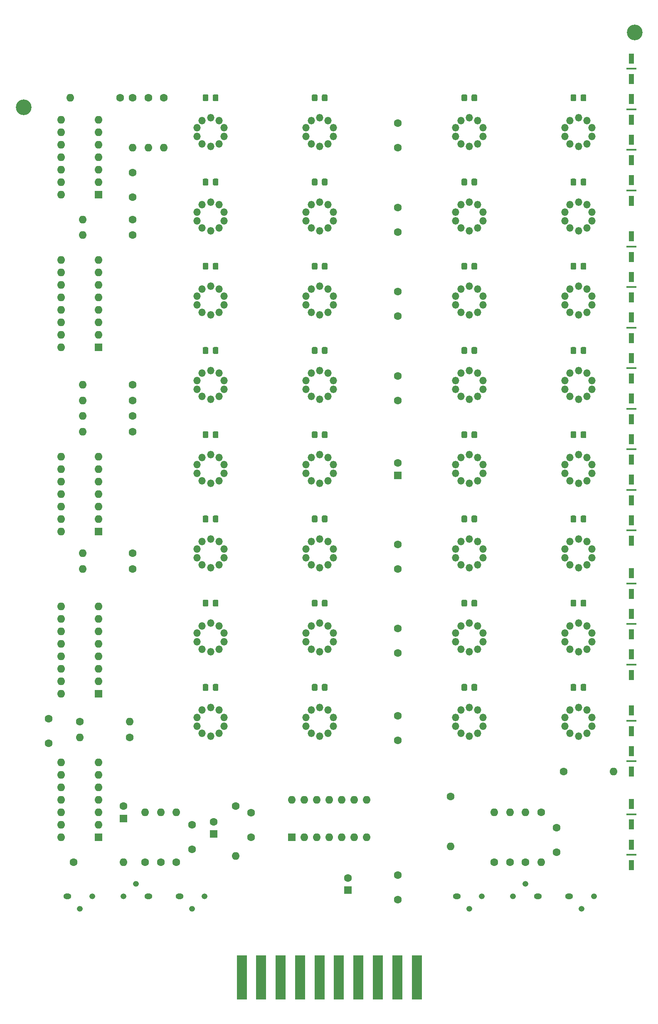
<source format=gts>
G04 #@! TF.GenerationSoftware,KiCad,Pcbnew,(5.1.12)-1*
G04 #@! TF.CreationDate,2023-07-18T15:35:10+01:00*
G04 #@! TF.ProjectId,Memory,4d656d6f-7279-42e6-9b69-6361645f7063,rev?*
G04 #@! TF.SameCoordinates,Original*
G04 #@! TF.FileFunction,Soldermask,Top*
G04 #@! TF.FilePolarity,Negative*
%FSLAX46Y46*%
G04 Gerber Fmt 4.6, Leading zero omitted, Abs format (unit mm)*
G04 Created by KiCad (PCBNEW (5.1.12)-1) date 2023-07-18 15:35:10*
%MOMM*%
%LPD*%
G01*
G04 APERTURE LIST*
%ADD10C,3.200000*%
%ADD11R,2.000000X0.350000*%
%ADD12R,1.000000X2.000000*%
%ADD13O,1.600000X1.600000*%
%ADD14R,1.600000X1.600000*%
%ADD15C,1.600000*%
%ADD16O,1.500000X1.500000*%
%ADD17O,1.200000X1.200000*%
%ADD18O,1.600000X1.200000*%
%ADD19R,2.000000X9.000000*%
G04 APERTURE END LIST*
D10*
X172085000Y-1905000D03*
X47625000Y-17145000D03*
G36*
G01*
X86175000Y-135705001D02*
X86175000Y-134804999D01*
G75*
G02*
X86424999Y-134555000I249999J0D01*
G01*
X87075001Y-134555000D01*
G75*
G02*
X87325000Y-134804999I0J-249999D01*
G01*
X87325000Y-135705001D01*
G75*
G02*
X87075001Y-135955000I-249999J0D01*
G01*
X86424999Y-135955000D01*
G75*
G02*
X86175000Y-135705001I0J249999D01*
G01*
G37*
G36*
G01*
X84125000Y-135705001D02*
X84125000Y-134804999D01*
G75*
G02*
X84374999Y-134555000I249999J0D01*
G01*
X85025001Y-134555000D01*
G75*
G02*
X85275000Y-134804999I0J-249999D01*
G01*
X85275000Y-135705001D01*
G75*
G02*
X85025001Y-135955000I-249999J0D01*
G01*
X84374999Y-135955000D01*
G75*
G02*
X84125000Y-135705001I0J249999D01*
G01*
G37*
G36*
G01*
X108400000Y-135705001D02*
X108400000Y-134804999D01*
G75*
G02*
X108649999Y-134555000I249999J0D01*
G01*
X109300001Y-134555000D01*
G75*
G02*
X109550000Y-134804999I0J-249999D01*
G01*
X109550000Y-135705001D01*
G75*
G02*
X109300001Y-135955000I-249999J0D01*
G01*
X108649999Y-135955000D01*
G75*
G02*
X108400000Y-135705001I0J249999D01*
G01*
G37*
G36*
G01*
X106350000Y-135705001D02*
X106350000Y-134804999D01*
G75*
G02*
X106599999Y-134555000I249999J0D01*
G01*
X107250001Y-134555000D01*
G75*
G02*
X107500000Y-134804999I0J-249999D01*
G01*
X107500000Y-135705001D01*
G75*
G02*
X107250001Y-135955000I-249999J0D01*
G01*
X106599999Y-135955000D01*
G75*
G02*
X106350000Y-135705001I0J249999D01*
G01*
G37*
G36*
G01*
X138880000Y-135705001D02*
X138880000Y-134804999D01*
G75*
G02*
X139129999Y-134555000I249999J0D01*
G01*
X139780001Y-134555000D01*
G75*
G02*
X140030000Y-134804999I0J-249999D01*
G01*
X140030000Y-135705001D01*
G75*
G02*
X139780001Y-135955000I-249999J0D01*
G01*
X139129999Y-135955000D01*
G75*
G02*
X138880000Y-135705001I0J249999D01*
G01*
G37*
G36*
G01*
X136830000Y-135705001D02*
X136830000Y-134804999D01*
G75*
G02*
X137079999Y-134555000I249999J0D01*
G01*
X137730001Y-134555000D01*
G75*
G02*
X137980000Y-134804999I0J-249999D01*
G01*
X137980000Y-135705001D01*
G75*
G02*
X137730001Y-135955000I-249999J0D01*
G01*
X137079999Y-135955000D01*
G75*
G02*
X136830000Y-135705001I0J249999D01*
G01*
G37*
G36*
G01*
X161105000Y-135705001D02*
X161105000Y-134804999D01*
G75*
G02*
X161354999Y-134555000I249999J0D01*
G01*
X162005001Y-134555000D01*
G75*
G02*
X162255000Y-134804999I0J-249999D01*
G01*
X162255000Y-135705001D01*
G75*
G02*
X162005001Y-135955000I-249999J0D01*
G01*
X161354999Y-135955000D01*
G75*
G02*
X161105000Y-135705001I0J249999D01*
G01*
G37*
G36*
G01*
X159055000Y-135705001D02*
X159055000Y-134804999D01*
G75*
G02*
X159304999Y-134555000I249999J0D01*
G01*
X159955001Y-134555000D01*
G75*
G02*
X160205000Y-134804999I0J-249999D01*
G01*
X160205000Y-135705001D01*
G75*
G02*
X159955001Y-135955000I-249999J0D01*
G01*
X159304999Y-135955000D01*
G75*
G02*
X159055000Y-135705001I0J249999D01*
G01*
G37*
G36*
G01*
X86175000Y-118560001D02*
X86175000Y-117659999D01*
G75*
G02*
X86424999Y-117410000I249999J0D01*
G01*
X87075001Y-117410000D01*
G75*
G02*
X87325000Y-117659999I0J-249999D01*
G01*
X87325000Y-118560001D01*
G75*
G02*
X87075001Y-118810000I-249999J0D01*
G01*
X86424999Y-118810000D01*
G75*
G02*
X86175000Y-118560001I0J249999D01*
G01*
G37*
G36*
G01*
X84125000Y-118560001D02*
X84125000Y-117659999D01*
G75*
G02*
X84374999Y-117410000I249999J0D01*
G01*
X85025001Y-117410000D01*
G75*
G02*
X85275000Y-117659999I0J-249999D01*
G01*
X85275000Y-118560001D01*
G75*
G02*
X85025001Y-118810000I-249999J0D01*
G01*
X84374999Y-118810000D01*
G75*
G02*
X84125000Y-118560001I0J249999D01*
G01*
G37*
G36*
G01*
X108400000Y-118560001D02*
X108400000Y-117659999D01*
G75*
G02*
X108649999Y-117410000I249999J0D01*
G01*
X109300001Y-117410000D01*
G75*
G02*
X109550000Y-117659999I0J-249999D01*
G01*
X109550000Y-118560001D01*
G75*
G02*
X109300001Y-118810000I-249999J0D01*
G01*
X108649999Y-118810000D01*
G75*
G02*
X108400000Y-118560001I0J249999D01*
G01*
G37*
G36*
G01*
X106350000Y-118560001D02*
X106350000Y-117659999D01*
G75*
G02*
X106599999Y-117410000I249999J0D01*
G01*
X107250001Y-117410000D01*
G75*
G02*
X107500000Y-117659999I0J-249999D01*
G01*
X107500000Y-118560001D01*
G75*
G02*
X107250001Y-118810000I-249999J0D01*
G01*
X106599999Y-118810000D01*
G75*
G02*
X106350000Y-118560001I0J249999D01*
G01*
G37*
G36*
G01*
X138880000Y-118560001D02*
X138880000Y-117659999D01*
G75*
G02*
X139129999Y-117410000I249999J0D01*
G01*
X139780001Y-117410000D01*
G75*
G02*
X140030000Y-117659999I0J-249999D01*
G01*
X140030000Y-118560001D01*
G75*
G02*
X139780001Y-118810000I-249999J0D01*
G01*
X139129999Y-118810000D01*
G75*
G02*
X138880000Y-118560001I0J249999D01*
G01*
G37*
G36*
G01*
X136830000Y-118560001D02*
X136830000Y-117659999D01*
G75*
G02*
X137079999Y-117410000I249999J0D01*
G01*
X137730001Y-117410000D01*
G75*
G02*
X137980000Y-117659999I0J-249999D01*
G01*
X137980000Y-118560001D01*
G75*
G02*
X137730001Y-118810000I-249999J0D01*
G01*
X137079999Y-118810000D01*
G75*
G02*
X136830000Y-118560001I0J249999D01*
G01*
G37*
G36*
G01*
X161105000Y-118560001D02*
X161105000Y-117659999D01*
G75*
G02*
X161354999Y-117410000I249999J0D01*
G01*
X162005001Y-117410000D01*
G75*
G02*
X162255000Y-117659999I0J-249999D01*
G01*
X162255000Y-118560001D01*
G75*
G02*
X162005001Y-118810000I-249999J0D01*
G01*
X161354999Y-118810000D01*
G75*
G02*
X161105000Y-118560001I0J249999D01*
G01*
G37*
G36*
G01*
X159055000Y-118560001D02*
X159055000Y-117659999D01*
G75*
G02*
X159304999Y-117410000I249999J0D01*
G01*
X159955001Y-117410000D01*
G75*
G02*
X160205000Y-117659999I0J-249999D01*
G01*
X160205000Y-118560001D01*
G75*
G02*
X159955001Y-118810000I-249999J0D01*
G01*
X159304999Y-118810000D01*
G75*
G02*
X159055000Y-118560001I0J249999D01*
G01*
G37*
G36*
G01*
X86175000Y-101415001D02*
X86175000Y-100514999D01*
G75*
G02*
X86424999Y-100265000I249999J0D01*
G01*
X87075001Y-100265000D01*
G75*
G02*
X87325000Y-100514999I0J-249999D01*
G01*
X87325000Y-101415001D01*
G75*
G02*
X87075001Y-101665000I-249999J0D01*
G01*
X86424999Y-101665000D01*
G75*
G02*
X86175000Y-101415001I0J249999D01*
G01*
G37*
G36*
G01*
X84125000Y-101415001D02*
X84125000Y-100514999D01*
G75*
G02*
X84374999Y-100265000I249999J0D01*
G01*
X85025001Y-100265000D01*
G75*
G02*
X85275000Y-100514999I0J-249999D01*
G01*
X85275000Y-101415001D01*
G75*
G02*
X85025001Y-101665000I-249999J0D01*
G01*
X84374999Y-101665000D01*
G75*
G02*
X84125000Y-101415001I0J249999D01*
G01*
G37*
G36*
G01*
X108400000Y-101415001D02*
X108400000Y-100514999D01*
G75*
G02*
X108649999Y-100265000I249999J0D01*
G01*
X109300001Y-100265000D01*
G75*
G02*
X109550000Y-100514999I0J-249999D01*
G01*
X109550000Y-101415001D01*
G75*
G02*
X109300001Y-101665000I-249999J0D01*
G01*
X108649999Y-101665000D01*
G75*
G02*
X108400000Y-101415001I0J249999D01*
G01*
G37*
G36*
G01*
X106350000Y-101415001D02*
X106350000Y-100514999D01*
G75*
G02*
X106599999Y-100265000I249999J0D01*
G01*
X107250001Y-100265000D01*
G75*
G02*
X107500000Y-100514999I0J-249999D01*
G01*
X107500000Y-101415001D01*
G75*
G02*
X107250001Y-101665000I-249999J0D01*
G01*
X106599999Y-101665000D01*
G75*
G02*
X106350000Y-101415001I0J249999D01*
G01*
G37*
G36*
G01*
X138880000Y-101415001D02*
X138880000Y-100514999D01*
G75*
G02*
X139129999Y-100265000I249999J0D01*
G01*
X139780001Y-100265000D01*
G75*
G02*
X140030000Y-100514999I0J-249999D01*
G01*
X140030000Y-101415001D01*
G75*
G02*
X139780001Y-101665000I-249999J0D01*
G01*
X139129999Y-101665000D01*
G75*
G02*
X138880000Y-101415001I0J249999D01*
G01*
G37*
G36*
G01*
X136830000Y-101415001D02*
X136830000Y-100514999D01*
G75*
G02*
X137079999Y-100265000I249999J0D01*
G01*
X137730001Y-100265000D01*
G75*
G02*
X137980000Y-100514999I0J-249999D01*
G01*
X137980000Y-101415001D01*
G75*
G02*
X137730001Y-101665000I-249999J0D01*
G01*
X137079999Y-101665000D01*
G75*
G02*
X136830000Y-101415001I0J249999D01*
G01*
G37*
G36*
G01*
X161105000Y-101415001D02*
X161105000Y-100514999D01*
G75*
G02*
X161354999Y-100265000I249999J0D01*
G01*
X162005001Y-100265000D01*
G75*
G02*
X162255000Y-100514999I0J-249999D01*
G01*
X162255000Y-101415001D01*
G75*
G02*
X162005001Y-101665000I-249999J0D01*
G01*
X161354999Y-101665000D01*
G75*
G02*
X161105000Y-101415001I0J249999D01*
G01*
G37*
G36*
G01*
X159055000Y-101415001D02*
X159055000Y-100514999D01*
G75*
G02*
X159304999Y-100265000I249999J0D01*
G01*
X159955001Y-100265000D01*
G75*
G02*
X160205000Y-100514999I0J-249999D01*
G01*
X160205000Y-101415001D01*
G75*
G02*
X159955001Y-101665000I-249999J0D01*
G01*
X159304999Y-101665000D01*
G75*
G02*
X159055000Y-101415001I0J249999D01*
G01*
G37*
G36*
G01*
X86175000Y-84270001D02*
X86175000Y-83369999D01*
G75*
G02*
X86424999Y-83120000I249999J0D01*
G01*
X87075001Y-83120000D01*
G75*
G02*
X87325000Y-83369999I0J-249999D01*
G01*
X87325000Y-84270001D01*
G75*
G02*
X87075001Y-84520000I-249999J0D01*
G01*
X86424999Y-84520000D01*
G75*
G02*
X86175000Y-84270001I0J249999D01*
G01*
G37*
G36*
G01*
X84125000Y-84270001D02*
X84125000Y-83369999D01*
G75*
G02*
X84374999Y-83120000I249999J0D01*
G01*
X85025001Y-83120000D01*
G75*
G02*
X85275000Y-83369999I0J-249999D01*
G01*
X85275000Y-84270001D01*
G75*
G02*
X85025001Y-84520000I-249999J0D01*
G01*
X84374999Y-84520000D01*
G75*
G02*
X84125000Y-84270001I0J249999D01*
G01*
G37*
G36*
G01*
X108400000Y-84270001D02*
X108400000Y-83369999D01*
G75*
G02*
X108649999Y-83120000I249999J0D01*
G01*
X109300001Y-83120000D01*
G75*
G02*
X109550000Y-83369999I0J-249999D01*
G01*
X109550000Y-84270001D01*
G75*
G02*
X109300001Y-84520000I-249999J0D01*
G01*
X108649999Y-84520000D01*
G75*
G02*
X108400000Y-84270001I0J249999D01*
G01*
G37*
G36*
G01*
X106350000Y-84270001D02*
X106350000Y-83369999D01*
G75*
G02*
X106599999Y-83120000I249999J0D01*
G01*
X107250001Y-83120000D01*
G75*
G02*
X107500000Y-83369999I0J-249999D01*
G01*
X107500000Y-84270001D01*
G75*
G02*
X107250001Y-84520000I-249999J0D01*
G01*
X106599999Y-84520000D01*
G75*
G02*
X106350000Y-84270001I0J249999D01*
G01*
G37*
G36*
G01*
X138880000Y-84270001D02*
X138880000Y-83369999D01*
G75*
G02*
X139129999Y-83120000I249999J0D01*
G01*
X139780001Y-83120000D01*
G75*
G02*
X140030000Y-83369999I0J-249999D01*
G01*
X140030000Y-84270001D01*
G75*
G02*
X139780001Y-84520000I-249999J0D01*
G01*
X139129999Y-84520000D01*
G75*
G02*
X138880000Y-84270001I0J249999D01*
G01*
G37*
G36*
G01*
X136830000Y-84270001D02*
X136830000Y-83369999D01*
G75*
G02*
X137079999Y-83120000I249999J0D01*
G01*
X137730001Y-83120000D01*
G75*
G02*
X137980000Y-83369999I0J-249999D01*
G01*
X137980000Y-84270001D01*
G75*
G02*
X137730001Y-84520000I-249999J0D01*
G01*
X137079999Y-84520000D01*
G75*
G02*
X136830000Y-84270001I0J249999D01*
G01*
G37*
G36*
G01*
X161105000Y-84270001D02*
X161105000Y-83369999D01*
G75*
G02*
X161354999Y-83120000I249999J0D01*
G01*
X162005001Y-83120000D01*
G75*
G02*
X162255000Y-83369999I0J-249999D01*
G01*
X162255000Y-84270001D01*
G75*
G02*
X162005001Y-84520000I-249999J0D01*
G01*
X161354999Y-84520000D01*
G75*
G02*
X161105000Y-84270001I0J249999D01*
G01*
G37*
G36*
G01*
X159055000Y-84270001D02*
X159055000Y-83369999D01*
G75*
G02*
X159304999Y-83120000I249999J0D01*
G01*
X159955001Y-83120000D01*
G75*
G02*
X160205000Y-83369999I0J-249999D01*
G01*
X160205000Y-84270001D01*
G75*
G02*
X159955001Y-84520000I-249999J0D01*
G01*
X159304999Y-84520000D01*
G75*
G02*
X159055000Y-84270001I0J249999D01*
G01*
G37*
G36*
G01*
X86175000Y-67125001D02*
X86175000Y-66224999D01*
G75*
G02*
X86424999Y-65975000I249999J0D01*
G01*
X87075001Y-65975000D01*
G75*
G02*
X87325000Y-66224999I0J-249999D01*
G01*
X87325000Y-67125001D01*
G75*
G02*
X87075001Y-67375000I-249999J0D01*
G01*
X86424999Y-67375000D01*
G75*
G02*
X86175000Y-67125001I0J249999D01*
G01*
G37*
G36*
G01*
X84125000Y-67125001D02*
X84125000Y-66224999D01*
G75*
G02*
X84374999Y-65975000I249999J0D01*
G01*
X85025001Y-65975000D01*
G75*
G02*
X85275000Y-66224999I0J-249999D01*
G01*
X85275000Y-67125001D01*
G75*
G02*
X85025001Y-67375000I-249999J0D01*
G01*
X84374999Y-67375000D01*
G75*
G02*
X84125000Y-67125001I0J249999D01*
G01*
G37*
G36*
G01*
X108400000Y-67125001D02*
X108400000Y-66224999D01*
G75*
G02*
X108649999Y-65975000I249999J0D01*
G01*
X109300001Y-65975000D01*
G75*
G02*
X109550000Y-66224999I0J-249999D01*
G01*
X109550000Y-67125001D01*
G75*
G02*
X109300001Y-67375000I-249999J0D01*
G01*
X108649999Y-67375000D01*
G75*
G02*
X108400000Y-67125001I0J249999D01*
G01*
G37*
G36*
G01*
X106350000Y-67125001D02*
X106350000Y-66224999D01*
G75*
G02*
X106599999Y-65975000I249999J0D01*
G01*
X107250001Y-65975000D01*
G75*
G02*
X107500000Y-66224999I0J-249999D01*
G01*
X107500000Y-67125001D01*
G75*
G02*
X107250001Y-67375000I-249999J0D01*
G01*
X106599999Y-67375000D01*
G75*
G02*
X106350000Y-67125001I0J249999D01*
G01*
G37*
G36*
G01*
X138880000Y-67125001D02*
X138880000Y-66224999D01*
G75*
G02*
X139129999Y-65975000I249999J0D01*
G01*
X139780001Y-65975000D01*
G75*
G02*
X140030000Y-66224999I0J-249999D01*
G01*
X140030000Y-67125001D01*
G75*
G02*
X139780001Y-67375000I-249999J0D01*
G01*
X139129999Y-67375000D01*
G75*
G02*
X138880000Y-67125001I0J249999D01*
G01*
G37*
G36*
G01*
X136830000Y-67125001D02*
X136830000Y-66224999D01*
G75*
G02*
X137079999Y-65975000I249999J0D01*
G01*
X137730001Y-65975000D01*
G75*
G02*
X137980000Y-66224999I0J-249999D01*
G01*
X137980000Y-67125001D01*
G75*
G02*
X137730001Y-67375000I-249999J0D01*
G01*
X137079999Y-67375000D01*
G75*
G02*
X136830000Y-67125001I0J249999D01*
G01*
G37*
G36*
G01*
X161105000Y-67125001D02*
X161105000Y-66224999D01*
G75*
G02*
X161354999Y-65975000I249999J0D01*
G01*
X162005001Y-65975000D01*
G75*
G02*
X162255000Y-66224999I0J-249999D01*
G01*
X162255000Y-67125001D01*
G75*
G02*
X162005001Y-67375000I-249999J0D01*
G01*
X161354999Y-67375000D01*
G75*
G02*
X161105000Y-67125001I0J249999D01*
G01*
G37*
G36*
G01*
X159055000Y-67125001D02*
X159055000Y-66224999D01*
G75*
G02*
X159304999Y-65975000I249999J0D01*
G01*
X159955001Y-65975000D01*
G75*
G02*
X160205000Y-66224999I0J-249999D01*
G01*
X160205000Y-67125001D01*
G75*
G02*
X159955001Y-67375000I-249999J0D01*
G01*
X159304999Y-67375000D01*
G75*
G02*
X159055000Y-67125001I0J249999D01*
G01*
G37*
G36*
G01*
X86175000Y-49980001D02*
X86175000Y-49079999D01*
G75*
G02*
X86424999Y-48830000I249999J0D01*
G01*
X87075001Y-48830000D01*
G75*
G02*
X87325000Y-49079999I0J-249999D01*
G01*
X87325000Y-49980001D01*
G75*
G02*
X87075001Y-50230000I-249999J0D01*
G01*
X86424999Y-50230000D01*
G75*
G02*
X86175000Y-49980001I0J249999D01*
G01*
G37*
G36*
G01*
X84125000Y-49980001D02*
X84125000Y-49079999D01*
G75*
G02*
X84374999Y-48830000I249999J0D01*
G01*
X85025001Y-48830000D01*
G75*
G02*
X85275000Y-49079999I0J-249999D01*
G01*
X85275000Y-49980001D01*
G75*
G02*
X85025001Y-50230000I-249999J0D01*
G01*
X84374999Y-50230000D01*
G75*
G02*
X84125000Y-49980001I0J249999D01*
G01*
G37*
G36*
G01*
X108400000Y-49980001D02*
X108400000Y-49079999D01*
G75*
G02*
X108649999Y-48830000I249999J0D01*
G01*
X109300001Y-48830000D01*
G75*
G02*
X109550000Y-49079999I0J-249999D01*
G01*
X109550000Y-49980001D01*
G75*
G02*
X109300001Y-50230000I-249999J0D01*
G01*
X108649999Y-50230000D01*
G75*
G02*
X108400000Y-49980001I0J249999D01*
G01*
G37*
G36*
G01*
X106350000Y-49980001D02*
X106350000Y-49079999D01*
G75*
G02*
X106599999Y-48830000I249999J0D01*
G01*
X107250001Y-48830000D01*
G75*
G02*
X107500000Y-49079999I0J-249999D01*
G01*
X107500000Y-49980001D01*
G75*
G02*
X107250001Y-50230000I-249999J0D01*
G01*
X106599999Y-50230000D01*
G75*
G02*
X106350000Y-49980001I0J249999D01*
G01*
G37*
G36*
G01*
X138880000Y-49980001D02*
X138880000Y-49079999D01*
G75*
G02*
X139129999Y-48830000I249999J0D01*
G01*
X139780001Y-48830000D01*
G75*
G02*
X140030000Y-49079999I0J-249999D01*
G01*
X140030000Y-49980001D01*
G75*
G02*
X139780001Y-50230000I-249999J0D01*
G01*
X139129999Y-50230000D01*
G75*
G02*
X138880000Y-49980001I0J249999D01*
G01*
G37*
G36*
G01*
X136830000Y-49980001D02*
X136830000Y-49079999D01*
G75*
G02*
X137079999Y-48830000I249999J0D01*
G01*
X137730001Y-48830000D01*
G75*
G02*
X137980000Y-49079999I0J-249999D01*
G01*
X137980000Y-49980001D01*
G75*
G02*
X137730001Y-50230000I-249999J0D01*
G01*
X137079999Y-50230000D01*
G75*
G02*
X136830000Y-49980001I0J249999D01*
G01*
G37*
G36*
G01*
X161105000Y-49980001D02*
X161105000Y-49079999D01*
G75*
G02*
X161354999Y-48830000I249999J0D01*
G01*
X162005001Y-48830000D01*
G75*
G02*
X162255000Y-49079999I0J-249999D01*
G01*
X162255000Y-49980001D01*
G75*
G02*
X162005001Y-50230000I-249999J0D01*
G01*
X161354999Y-50230000D01*
G75*
G02*
X161105000Y-49980001I0J249999D01*
G01*
G37*
G36*
G01*
X159055000Y-49980001D02*
X159055000Y-49079999D01*
G75*
G02*
X159304999Y-48830000I249999J0D01*
G01*
X159955001Y-48830000D01*
G75*
G02*
X160205000Y-49079999I0J-249999D01*
G01*
X160205000Y-49980001D01*
G75*
G02*
X159955001Y-50230000I-249999J0D01*
G01*
X159304999Y-50230000D01*
G75*
G02*
X159055000Y-49980001I0J249999D01*
G01*
G37*
G36*
G01*
X86175000Y-32835001D02*
X86175000Y-31934999D01*
G75*
G02*
X86424999Y-31685000I249999J0D01*
G01*
X87075001Y-31685000D01*
G75*
G02*
X87325000Y-31934999I0J-249999D01*
G01*
X87325000Y-32835001D01*
G75*
G02*
X87075001Y-33085000I-249999J0D01*
G01*
X86424999Y-33085000D01*
G75*
G02*
X86175000Y-32835001I0J249999D01*
G01*
G37*
G36*
G01*
X84125000Y-32835001D02*
X84125000Y-31934999D01*
G75*
G02*
X84374999Y-31685000I249999J0D01*
G01*
X85025001Y-31685000D01*
G75*
G02*
X85275000Y-31934999I0J-249999D01*
G01*
X85275000Y-32835001D01*
G75*
G02*
X85025001Y-33085000I-249999J0D01*
G01*
X84374999Y-33085000D01*
G75*
G02*
X84125000Y-32835001I0J249999D01*
G01*
G37*
G36*
G01*
X108400000Y-32835001D02*
X108400000Y-31934999D01*
G75*
G02*
X108649999Y-31685000I249999J0D01*
G01*
X109300001Y-31685000D01*
G75*
G02*
X109550000Y-31934999I0J-249999D01*
G01*
X109550000Y-32835001D01*
G75*
G02*
X109300001Y-33085000I-249999J0D01*
G01*
X108649999Y-33085000D01*
G75*
G02*
X108400000Y-32835001I0J249999D01*
G01*
G37*
G36*
G01*
X106350000Y-32835001D02*
X106350000Y-31934999D01*
G75*
G02*
X106599999Y-31685000I249999J0D01*
G01*
X107250001Y-31685000D01*
G75*
G02*
X107500000Y-31934999I0J-249999D01*
G01*
X107500000Y-32835001D01*
G75*
G02*
X107250001Y-33085000I-249999J0D01*
G01*
X106599999Y-33085000D01*
G75*
G02*
X106350000Y-32835001I0J249999D01*
G01*
G37*
G36*
G01*
X138880000Y-32835001D02*
X138880000Y-31934999D01*
G75*
G02*
X139129999Y-31685000I249999J0D01*
G01*
X139780001Y-31685000D01*
G75*
G02*
X140030000Y-31934999I0J-249999D01*
G01*
X140030000Y-32835001D01*
G75*
G02*
X139780001Y-33085000I-249999J0D01*
G01*
X139129999Y-33085000D01*
G75*
G02*
X138880000Y-32835001I0J249999D01*
G01*
G37*
G36*
G01*
X136830000Y-32835001D02*
X136830000Y-31934999D01*
G75*
G02*
X137079999Y-31685000I249999J0D01*
G01*
X137730001Y-31685000D01*
G75*
G02*
X137980000Y-31934999I0J-249999D01*
G01*
X137980000Y-32835001D01*
G75*
G02*
X137730001Y-33085000I-249999J0D01*
G01*
X137079999Y-33085000D01*
G75*
G02*
X136830000Y-32835001I0J249999D01*
G01*
G37*
G36*
G01*
X161105000Y-32835001D02*
X161105000Y-31934999D01*
G75*
G02*
X161354999Y-31685000I249999J0D01*
G01*
X162005001Y-31685000D01*
G75*
G02*
X162255000Y-31934999I0J-249999D01*
G01*
X162255000Y-32835001D01*
G75*
G02*
X162005001Y-33085000I-249999J0D01*
G01*
X161354999Y-33085000D01*
G75*
G02*
X161105000Y-32835001I0J249999D01*
G01*
G37*
G36*
G01*
X159055000Y-32835001D02*
X159055000Y-31934999D01*
G75*
G02*
X159304999Y-31685000I249999J0D01*
G01*
X159955001Y-31685000D01*
G75*
G02*
X160205000Y-31934999I0J-249999D01*
G01*
X160205000Y-32835001D01*
G75*
G02*
X159955001Y-33085000I-249999J0D01*
G01*
X159304999Y-33085000D01*
G75*
G02*
X159055000Y-32835001I0J249999D01*
G01*
G37*
G36*
G01*
X86175000Y-15690001D02*
X86175000Y-14789999D01*
G75*
G02*
X86424999Y-14540000I249999J0D01*
G01*
X87075001Y-14540000D01*
G75*
G02*
X87325000Y-14789999I0J-249999D01*
G01*
X87325000Y-15690001D01*
G75*
G02*
X87075001Y-15940000I-249999J0D01*
G01*
X86424999Y-15940000D01*
G75*
G02*
X86175000Y-15690001I0J249999D01*
G01*
G37*
G36*
G01*
X84125000Y-15690001D02*
X84125000Y-14789999D01*
G75*
G02*
X84374999Y-14540000I249999J0D01*
G01*
X85025001Y-14540000D01*
G75*
G02*
X85275000Y-14789999I0J-249999D01*
G01*
X85275000Y-15690001D01*
G75*
G02*
X85025001Y-15940000I-249999J0D01*
G01*
X84374999Y-15940000D01*
G75*
G02*
X84125000Y-15690001I0J249999D01*
G01*
G37*
G36*
G01*
X108400000Y-15690001D02*
X108400000Y-14789999D01*
G75*
G02*
X108649999Y-14540000I249999J0D01*
G01*
X109300001Y-14540000D01*
G75*
G02*
X109550000Y-14789999I0J-249999D01*
G01*
X109550000Y-15690001D01*
G75*
G02*
X109300001Y-15940000I-249999J0D01*
G01*
X108649999Y-15940000D01*
G75*
G02*
X108400000Y-15690001I0J249999D01*
G01*
G37*
G36*
G01*
X106350000Y-15690001D02*
X106350000Y-14789999D01*
G75*
G02*
X106599999Y-14540000I249999J0D01*
G01*
X107250001Y-14540000D01*
G75*
G02*
X107500000Y-14789999I0J-249999D01*
G01*
X107500000Y-15690001D01*
G75*
G02*
X107250001Y-15940000I-249999J0D01*
G01*
X106599999Y-15940000D01*
G75*
G02*
X106350000Y-15690001I0J249999D01*
G01*
G37*
G36*
G01*
X138880000Y-15690001D02*
X138880000Y-14789999D01*
G75*
G02*
X139129999Y-14540000I249999J0D01*
G01*
X139780001Y-14540000D01*
G75*
G02*
X140030000Y-14789999I0J-249999D01*
G01*
X140030000Y-15690001D01*
G75*
G02*
X139780001Y-15940000I-249999J0D01*
G01*
X139129999Y-15940000D01*
G75*
G02*
X138880000Y-15690001I0J249999D01*
G01*
G37*
G36*
G01*
X136830000Y-15690001D02*
X136830000Y-14789999D01*
G75*
G02*
X137079999Y-14540000I249999J0D01*
G01*
X137730001Y-14540000D01*
G75*
G02*
X137980000Y-14789999I0J-249999D01*
G01*
X137980000Y-15690001D01*
G75*
G02*
X137730001Y-15940000I-249999J0D01*
G01*
X137079999Y-15940000D01*
G75*
G02*
X136830000Y-15690001I0J249999D01*
G01*
G37*
G36*
G01*
X161105000Y-15690001D02*
X161105000Y-14789999D01*
G75*
G02*
X161354999Y-14540000I249999J0D01*
G01*
X162005001Y-14540000D01*
G75*
G02*
X162255000Y-14789999I0J-249999D01*
G01*
X162255000Y-15690001D01*
G75*
G02*
X162005001Y-15940000I-249999J0D01*
G01*
X161354999Y-15940000D01*
G75*
G02*
X161105000Y-15690001I0J249999D01*
G01*
G37*
G36*
G01*
X159055000Y-15690001D02*
X159055000Y-14789999D01*
G75*
G02*
X159304999Y-14540000I249999J0D01*
G01*
X159955001Y-14540000D01*
G75*
G02*
X160205000Y-14789999I0J-249999D01*
G01*
X160205000Y-15690001D01*
G75*
G02*
X159955001Y-15940000I-249999J0D01*
G01*
X159304999Y-15940000D01*
G75*
G02*
X159055000Y-15690001I0J249999D01*
G01*
G37*
D11*
X171450000Y-103310000D03*
D12*
X171450000Y-101210000D03*
X171450000Y-105410000D03*
D11*
X171450000Y-95055000D03*
D12*
X171450000Y-92955000D03*
X171450000Y-97155000D03*
D11*
X171450000Y-86800000D03*
D12*
X171450000Y-84700000D03*
X171450000Y-88900000D03*
D11*
X171450000Y-78545000D03*
D12*
X171450000Y-76445000D03*
X171450000Y-80645000D03*
D11*
X171450000Y-70290000D03*
D12*
X171450000Y-68190000D03*
X171450000Y-72390000D03*
D11*
X171450000Y-62035000D03*
D12*
X171450000Y-59935000D03*
X171450000Y-64135000D03*
D11*
X171450000Y-53780000D03*
D12*
X171450000Y-51680000D03*
X171450000Y-55880000D03*
D11*
X171450000Y-45525000D03*
D12*
X171450000Y-43425000D03*
X171450000Y-47625000D03*
D11*
X171450000Y-114105000D03*
D12*
X171450000Y-112005000D03*
X171450000Y-116205000D03*
D11*
X171450000Y-150300000D03*
D12*
X171450000Y-148200000D03*
X171450000Y-152400000D03*
D11*
X171450000Y-122360000D03*
D12*
X171450000Y-120260000D03*
X171450000Y-124460000D03*
D11*
X171450000Y-130615000D03*
D12*
X171450000Y-128515000D03*
X171450000Y-132715000D03*
D11*
X171450000Y-142045000D03*
D12*
X171450000Y-139945000D03*
X171450000Y-144145000D03*
D11*
X171450000Y-169350000D03*
D12*
X171450000Y-167250000D03*
X171450000Y-171450000D03*
D11*
X171450000Y-161060000D03*
D12*
X171450000Y-158960000D03*
X171450000Y-163160000D03*
D11*
X171450000Y-34095000D03*
D12*
X171450000Y-31995000D03*
X171450000Y-36195000D03*
D11*
X171450000Y-25840000D03*
D12*
X171450000Y-23740000D03*
X171450000Y-27940000D03*
D11*
X171450000Y-17585000D03*
D12*
X171450000Y-15485000D03*
X171450000Y-19685000D03*
D11*
X171450000Y-9330000D03*
D12*
X171450000Y-7230000D03*
X171450000Y-11430000D03*
D13*
X55245000Y-165735000D03*
X62865000Y-150495000D03*
X55245000Y-163195000D03*
X62865000Y-153035000D03*
X55245000Y-160655000D03*
X62865000Y-155575000D03*
X55245000Y-158115000D03*
X62865000Y-158115000D03*
X55245000Y-155575000D03*
X62865000Y-160655000D03*
X55245000Y-153035000D03*
X62865000Y-163195000D03*
X55245000Y-150495000D03*
D14*
X62865000Y-165735000D03*
D13*
X59055000Y-145415000D03*
D15*
X69215000Y-145415000D03*
D13*
X69215000Y-142240000D03*
D15*
X59055000Y-142240000D03*
D13*
X59690000Y-111125000D03*
D15*
X69850000Y-111125000D03*
D13*
X59690000Y-107950000D03*
D15*
X69850000Y-107950000D03*
D13*
X59690000Y-83185000D03*
D15*
X69850000Y-83185000D03*
D13*
X59690000Y-80010000D03*
D15*
X69850000Y-80010000D03*
D13*
X59690000Y-76835000D03*
D15*
X69850000Y-76835000D03*
D13*
X59690000Y-73660000D03*
D15*
X69850000Y-73660000D03*
D13*
X59690000Y-43180000D03*
D15*
X69850000Y-43180000D03*
D13*
X59690000Y-40005000D03*
D15*
X69850000Y-40005000D03*
D13*
X76200000Y-25400000D03*
D15*
X76200000Y-15240000D03*
D13*
X73025000Y-25400000D03*
D15*
X73025000Y-15240000D03*
D13*
X69850000Y-25400000D03*
D15*
X69850000Y-15240000D03*
D13*
X57150000Y-15240000D03*
D15*
X67310000Y-15240000D03*
D13*
X90805000Y-169545000D03*
D15*
X90805000Y-159385000D03*
D13*
X78740000Y-160655000D03*
D15*
X78740000Y-170815000D03*
D13*
X75565000Y-160655000D03*
D15*
X75565000Y-170815000D03*
D13*
X72390000Y-160655000D03*
D15*
X72390000Y-170815000D03*
D13*
X67945000Y-170815000D03*
D15*
X57785000Y-170815000D03*
D13*
X134620000Y-167640000D03*
D15*
X134620000Y-157480000D03*
D13*
X143510000Y-160655000D03*
D15*
X143510000Y-170815000D03*
D13*
X146685000Y-160655000D03*
D15*
X146685000Y-170815000D03*
D13*
X149860000Y-160655000D03*
D15*
X149860000Y-170815000D03*
D13*
X153035000Y-170815000D03*
D15*
X153035000Y-160655000D03*
D13*
X167767000Y-152400000D03*
D15*
X157607000Y-152400000D03*
X113665000Y-174030000D03*
D14*
X113665000Y-176530000D03*
D15*
X86360000Y-162600000D03*
D14*
X86360000Y-165100000D03*
D15*
X67945000Y-159425000D03*
D14*
X67945000Y-161925000D03*
D13*
X102235000Y-158115000D03*
X117475000Y-165735000D03*
X104775000Y-158115000D03*
X114935000Y-165735000D03*
X107315000Y-158115000D03*
X112395000Y-165735000D03*
X109855000Y-158115000D03*
X109855000Y-165735000D03*
X112395000Y-158115000D03*
X107315000Y-165735000D03*
X114935000Y-158115000D03*
X104775000Y-165735000D03*
X117475000Y-158115000D03*
D14*
X102235000Y-165735000D03*
D16*
X160655000Y-139320000D03*
X162371332Y-139877671D03*
X163432085Y-141337671D03*
X163432085Y-143142329D03*
X162371332Y-144602329D03*
X160655000Y-145160000D03*
X158938668Y-144602329D03*
X157877915Y-143142329D03*
X157877915Y-141337671D03*
X158938668Y-139877671D03*
X138430000Y-139320000D03*
X140146332Y-139877671D03*
X141207085Y-141337671D03*
X141207085Y-143142329D03*
X140146332Y-144602329D03*
X138430000Y-145160000D03*
X136713668Y-144602329D03*
X135652915Y-143142329D03*
X135652915Y-141337671D03*
X136713668Y-139877671D03*
X107950000Y-139320000D03*
X109666332Y-139877671D03*
X110727085Y-141337671D03*
X110727085Y-143142329D03*
X109666332Y-144602329D03*
X107950000Y-145160000D03*
X106233668Y-144602329D03*
X105172915Y-143142329D03*
X105172915Y-141337671D03*
X106233668Y-139877671D03*
X85725000Y-139320000D03*
X87441332Y-139877671D03*
X88502085Y-141337671D03*
X88502085Y-143142329D03*
X87441332Y-144602329D03*
X85725000Y-145160000D03*
X84008668Y-144602329D03*
X82947915Y-143142329D03*
X82947915Y-141337671D03*
X84008668Y-139877671D03*
X160655000Y-122175000D03*
X162371332Y-122732671D03*
X163432085Y-124192671D03*
X163432085Y-125997329D03*
X162371332Y-127457329D03*
X160655000Y-128015000D03*
X158938668Y-127457329D03*
X157877915Y-125997329D03*
X157877915Y-124192671D03*
X158938668Y-122732671D03*
X138430000Y-122175000D03*
X140146332Y-122732671D03*
X141207085Y-124192671D03*
X141207085Y-125997329D03*
X140146332Y-127457329D03*
X138430000Y-128015000D03*
X136713668Y-127457329D03*
X135652915Y-125997329D03*
X135652915Y-124192671D03*
X136713668Y-122732671D03*
X107950000Y-122175000D03*
X109666332Y-122732671D03*
X110727085Y-124192671D03*
X110727085Y-125997329D03*
X109666332Y-127457329D03*
X107950000Y-128015000D03*
X106233668Y-127457329D03*
X105172915Y-125997329D03*
X105172915Y-124192671D03*
X106233668Y-122732671D03*
X85725000Y-122175000D03*
X87441332Y-122732671D03*
X88502085Y-124192671D03*
X88502085Y-125997329D03*
X87441332Y-127457329D03*
X85725000Y-128015000D03*
X84008668Y-127457329D03*
X82947915Y-125997329D03*
X82947915Y-124192671D03*
X84008668Y-122732671D03*
D13*
X55245000Y-136525000D03*
X62865000Y-118745000D03*
X55245000Y-133985000D03*
X62865000Y-121285000D03*
X55245000Y-131445000D03*
X62865000Y-123825000D03*
X55245000Y-128905000D03*
X62865000Y-126365000D03*
X55245000Y-126365000D03*
X62865000Y-128905000D03*
X55245000Y-123825000D03*
X62865000Y-131445000D03*
X55245000Y-121285000D03*
X62865000Y-133985000D03*
X55245000Y-118745000D03*
D14*
X62865000Y-136525000D03*
D16*
X160655000Y-105030000D03*
X162371332Y-105587671D03*
X163432085Y-107047671D03*
X163432085Y-108852329D03*
X162371332Y-110312329D03*
X160655000Y-110870000D03*
X158938668Y-110312329D03*
X157877915Y-108852329D03*
X157877915Y-107047671D03*
X158938668Y-105587671D03*
X138430000Y-105030000D03*
X140146332Y-105587671D03*
X141207085Y-107047671D03*
X141207085Y-108852329D03*
X140146332Y-110312329D03*
X138430000Y-110870000D03*
X136713668Y-110312329D03*
X135652915Y-108852329D03*
X135652915Y-107047671D03*
X136713668Y-105587671D03*
X107950000Y-105030000D03*
X109666332Y-105587671D03*
X110727085Y-107047671D03*
X110727085Y-108852329D03*
X109666332Y-110312329D03*
X107950000Y-110870000D03*
X106233668Y-110312329D03*
X105172915Y-108852329D03*
X105172915Y-107047671D03*
X106233668Y-105587671D03*
X85725000Y-105030000D03*
X87441332Y-105587671D03*
X88502085Y-107047671D03*
X88502085Y-108852329D03*
X87441332Y-110312329D03*
X85725000Y-110870000D03*
X84008668Y-110312329D03*
X82947915Y-108852329D03*
X82947915Y-107047671D03*
X84008668Y-105587671D03*
X160655000Y-87885000D03*
X162371332Y-88442671D03*
X163432085Y-89902671D03*
X163432085Y-91707329D03*
X162371332Y-93167329D03*
X160655000Y-93725000D03*
X158938668Y-93167329D03*
X157877915Y-91707329D03*
X157877915Y-89902671D03*
X158938668Y-88442671D03*
X138430000Y-87885000D03*
X140146332Y-88442671D03*
X141207085Y-89902671D03*
X141207085Y-91707329D03*
X140146332Y-93167329D03*
X138430000Y-93725000D03*
X136713668Y-93167329D03*
X135652915Y-91707329D03*
X135652915Y-89902671D03*
X136713668Y-88442671D03*
X107950000Y-87885000D03*
X109666332Y-88442671D03*
X110727085Y-89902671D03*
X110727085Y-91707329D03*
X109666332Y-93167329D03*
X107950000Y-93725000D03*
X106233668Y-93167329D03*
X105172915Y-91707329D03*
X105172915Y-89902671D03*
X106233668Y-88442671D03*
X85725000Y-87885000D03*
X87441332Y-88442671D03*
X88502085Y-89902671D03*
X88502085Y-91707329D03*
X87441332Y-93167329D03*
X85725000Y-93725000D03*
X84008668Y-93167329D03*
X82947915Y-91707329D03*
X82947915Y-89902671D03*
X84008668Y-88442671D03*
D13*
X55245000Y-103505000D03*
X62865000Y-88265000D03*
X55245000Y-100965000D03*
X62865000Y-90805000D03*
X55245000Y-98425000D03*
X62865000Y-93345000D03*
X55245000Y-95885000D03*
X62865000Y-95885000D03*
X55245000Y-93345000D03*
X62865000Y-98425000D03*
X55245000Y-90805000D03*
X62865000Y-100965000D03*
X55245000Y-88265000D03*
D14*
X62865000Y-103505000D03*
D16*
X160655000Y-70740000D03*
X162371332Y-71297671D03*
X163432085Y-72757671D03*
X163432085Y-74562329D03*
X162371332Y-76022329D03*
X160655000Y-76580000D03*
X158938668Y-76022329D03*
X157877915Y-74562329D03*
X157877915Y-72757671D03*
X158938668Y-71297671D03*
X138430000Y-70740000D03*
X140146332Y-71297671D03*
X141207085Y-72757671D03*
X141207085Y-74562329D03*
X140146332Y-76022329D03*
X138430000Y-76580000D03*
X136713668Y-76022329D03*
X135652915Y-74562329D03*
X135652915Y-72757671D03*
X136713668Y-71297671D03*
X107950000Y-70740000D03*
X109666332Y-71297671D03*
X110727085Y-72757671D03*
X110727085Y-74562329D03*
X109666332Y-76022329D03*
X107950000Y-76580000D03*
X106233668Y-76022329D03*
X105172915Y-74562329D03*
X105172915Y-72757671D03*
X106233668Y-71297671D03*
X85725000Y-70740000D03*
X87441332Y-71297671D03*
X88502085Y-72757671D03*
X88502085Y-74562329D03*
X87441332Y-76022329D03*
X85725000Y-76580000D03*
X84008668Y-76022329D03*
X82947915Y-74562329D03*
X82947915Y-72757671D03*
X84008668Y-71297671D03*
X160655000Y-53595000D03*
X162371332Y-54152671D03*
X163432085Y-55612671D03*
X163432085Y-57417329D03*
X162371332Y-58877329D03*
X160655000Y-59435000D03*
X158938668Y-58877329D03*
X157877915Y-57417329D03*
X157877915Y-55612671D03*
X158938668Y-54152671D03*
X138430000Y-53595000D03*
X140146332Y-54152671D03*
X141207085Y-55612671D03*
X141207085Y-57417329D03*
X140146332Y-58877329D03*
X138430000Y-59435000D03*
X136713668Y-58877329D03*
X135652915Y-57417329D03*
X135652915Y-55612671D03*
X136713668Y-54152671D03*
X107950000Y-53595000D03*
X109666332Y-54152671D03*
X110727085Y-55612671D03*
X110727085Y-57417329D03*
X109666332Y-58877329D03*
X107950000Y-59435000D03*
X106233668Y-58877329D03*
X105172915Y-57417329D03*
X105172915Y-55612671D03*
X106233668Y-54152671D03*
X85725000Y-53595000D03*
X87441332Y-54152671D03*
X88502085Y-55612671D03*
X88502085Y-57417329D03*
X87441332Y-58877329D03*
X85725000Y-59435000D03*
X84008668Y-58877329D03*
X82947915Y-57417329D03*
X82947915Y-55612671D03*
X84008668Y-54152671D03*
D13*
X55245000Y-66040000D03*
X62865000Y-48260000D03*
X55245000Y-63500000D03*
X62865000Y-50800000D03*
X55245000Y-60960000D03*
X62865000Y-53340000D03*
X55245000Y-58420000D03*
X62865000Y-55880000D03*
X55245000Y-55880000D03*
X62865000Y-58420000D03*
X55245000Y-53340000D03*
X62865000Y-60960000D03*
X55245000Y-50800000D03*
X62865000Y-63500000D03*
X55245000Y-48260000D03*
D14*
X62865000Y-66040000D03*
D16*
X160655000Y-36450000D03*
X162371332Y-37007671D03*
X163432085Y-38467671D03*
X163432085Y-40272329D03*
X162371332Y-41732329D03*
X160655000Y-42290000D03*
X158938668Y-41732329D03*
X157877915Y-40272329D03*
X157877915Y-38467671D03*
X158938668Y-37007671D03*
X138430000Y-36450000D03*
X140146332Y-37007671D03*
X141207085Y-38467671D03*
X141207085Y-40272329D03*
X140146332Y-41732329D03*
X138430000Y-42290000D03*
X136713668Y-41732329D03*
X135652915Y-40272329D03*
X135652915Y-38467671D03*
X136713668Y-37007671D03*
X107950000Y-36450000D03*
X109666332Y-37007671D03*
X110727085Y-38467671D03*
X110727085Y-40272329D03*
X109666332Y-41732329D03*
X107950000Y-42290000D03*
X106233668Y-41732329D03*
X105172915Y-40272329D03*
X105172915Y-38467671D03*
X106233668Y-37007671D03*
X85725000Y-36450000D03*
X87441332Y-37007671D03*
X88502085Y-38467671D03*
X88502085Y-40272329D03*
X87441332Y-41732329D03*
X85725000Y-42290000D03*
X84008668Y-41732329D03*
X82947915Y-40272329D03*
X82947915Y-38467671D03*
X84008668Y-37007671D03*
X160655000Y-19305000D03*
X162371332Y-19862671D03*
X163432085Y-21322671D03*
X163432085Y-23127329D03*
X162371332Y-24587329D03*
X160655000Y-25145000D03*
X158938668Y-24587329D03*
X157877915Y-23127329D03*
X157877915Y-21322671D03*
X158938668Y-19862671D03*
X138430000Y-19305000D03*
X140146332Y-19862671D03*
X141207085Y-21322671D03*
X141207085Y-23127329D03*
X140146332Y-24587329D03*
X138430000Y-25145000D03*
X136713668Y-24587329D03*
X135652915Y-23127329D03*
X135652915Y-21322671D03*
X136713668Y-19862671D03*
X107950000Y-19305000D03*
X109666332Y-19862671D03*
X110727085Y-21322671D03*
X110727085Y-23127329D03*
X109666332Y-24587329D03*
X107950000Y-25145000D03*
X106233668Y-24587329D03*
X105172915Y-23127329D03*
X105172915Y-21322671D03*
X106233668Y-19862671D03*
X85725000Y-19305000D03*
X87441332Y-19862671D03*
X88502085Y-21322671D03*
X88502085Y-23127329D03*
X87441332Y-24587329D03*
X85725000Y-25145000D03*
X84008668Y-24587329D03*
X82947915Y-23127329D03*
X82947915Y-21322671D03*
X84008668Y-19862671D03*
D13*
X55245000Y-34925000D03*
X62865000Y-19685000D03*
X55245000Y-32385000D03*
X62865000Y-22225000D03*
X55245000Y-29845000D03*
X62865000Y-24765000D03*
X55245000Y-27305000D03*
X62865000Y-27305000D03*
X55245000Y-24765000D03*
X62865000Y-29845000D03*
X55245000Y-22225000D03*
X62865000Y-32385000D03*
X55245000Y-19685000D03*
D14*
X62865000Y-34925000D03*
D17*
X61595000Y-177800000D03*
X59055000Y-180340000D03*
D18*
X56515000Y-177800000D03*
D17*
X67945000Y-177800000D03*
X70485000Y-175260000D03*
D18*
X73025000Y-177800000D03*
D17*
X84455000Y-177800000D03*
X81915000Y-180340000D03*
D18*
X79375000Y-177800000D03*
D17*
X140970000Y-177800000D03*
X138430000Y-180340000D03*
D18*
X135890000Y-177800000D03*
D17*
X147320000Y-177800000D03*
X149860000Y-175260000D03*
D18*
X152400000Y-177800000D03*
D17*
X163830000Y-177800000D03*
X161290000Y-180340000D03*
D18*
X158750000Y-177800000D03*
D19*
X96035000Y-194310000D03*
X127715000Y-194310000D03*
X123755000Y-194310000D03*
X119795000Y-194310000D03*
X115835000Y-194310000D03*
X111875000Y-194310000D03*
X107915000Y-194310000D03*
X103955000Y-194310000D03*
X99995000Y-194310000D03*
X92075000Y-194310000D03*
D15*
X123825000Y-20400000D03*
X123825000Y-25400000D03*
X123825000Y-37545000D03*
X123825000Y-42545000D03*
X123825000Y-54690000D03*
X123825000Y-59690000D03*
X123825000Y-71835000D03*
X123825000Y-76835000D03*
X123825000Y-89575000D03*
D14*
X123825000Y-92075000D03*
D15*
X123825000Y-106125000D03*
X123825000Y-111125000D03*
X123825000Y-123270000D03*
X123825000Y-128270000D03*
X123825000Y-141050000D03*
X123825000Y-146050000D03*
X123825000Y-173435000D03*
X123825000Y-178435000D03*
X93980000Y-160735000D03*
X93980000Y-165735000D03*
X69850000Y-30480000D03*
X69850000Y-35480000D03*
X52705000Y-146605000D03*
X52705000Y-141605000D03*
X81915000Y-168195000D03*
X81915000Y-163195000D03*
X156210000Y-168830000D03*
X156210000Y-163830000D03*
M02*

</source>
